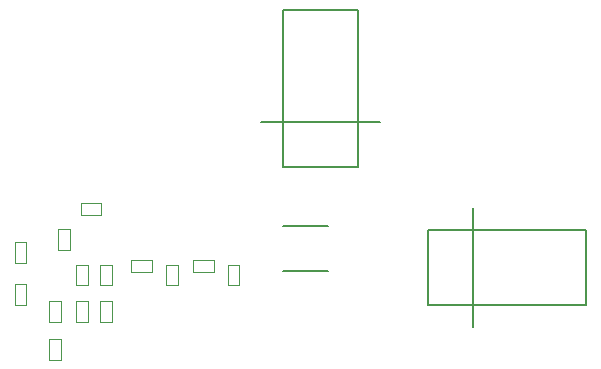
<source format=gbr>
%TF.GenerationSoftware,Altium Limited,Altium Designer,22.5.1 (42)*%
G04 Layer_Color=16711935*
%FSLAX26Y26*%
%MOIN*%
%TF.SameCoordinates,B04901F9-BF46-49F9-850C-5E78856F6392*%
%TF.FilePolarity,Positive*%
%TF.FileFunction,Other,Mechanical_13*%
%TF.Part,Single*%
G01*
G75*
%TA.AperFunction,NonConductor*%
%ADD31C,0.005000*%
%ADD40C,0.008000*%
%ADD41C,0.003937*%
D31*
X2984803Y1625000D02*
X3359606Y1624606D01*
Y1375394D02*
Y1624606D01*
X2984803Y1375000D02*
X3359606Y1375394D01*
X2984803Y1303150D02*
Y1375000D01*
Y1625000D01*
Y1696850D01*
X2834803Y1375000D02*
X2984803D01*
X2834803D02*
Y1625000D01*
X2984803D01*
X3359606Y1624606D01*
Y1375394D02*
Y1624606D01*
X2984803Y1375000D02*
X3359606Y1375394D01*
X2984803Y1303150D02*
Y1375000D01*
Y1625000D01*
Y1696850D01*
X2834803Y1375000D02*
X2984803D01*
X2834803D02*
Y1625000D01*
X2984803D01*
X2350000Y1834803D02*
Y1984803D01*
Y1834803D02*
X2600000D01*
Y1984803D01*
X2278150D02*
X2350000D01*
X2600000D01*
X2671850D01*
X2599606Y2359606D02*
X2600000Y1984803D01*
X2350394Y2359606D02*
X2599606D01*
X2350000Y1984803D02*
X2350394Y2359606D01*
X2350000Y1834803D02*
Y1984803D01*
Y1834803D02*
X2600000D01*
Y1984803D01*
X2278150D02*
X2350000D01*
X2600000D01*
X2671850D01*
X2599606Y2359606D02*
X2600000Y1984803D01*
X2350394Y2359606D02*
X2599606D01*
X2350000Y1984803D02*
X2350394Y2359606D01*
D40*
X2350000Y1640000D02*
X2500000D01*
X2350000Y1490000D02*
X2500000D01*
D41*
X1608701Y1193110D02*
Y1262008D01*
X1571299Y1193110D02*
Y1262008D01*
X1608701D01*
X1571299Y1193110D02*
X1608701D01*
X1698701Y1317992D02*
Y1386890D01*
X1661299Y1317992D02*
Y1386890D01*
X1698701D01*
X1661299Y1317992D02*
X1698701D01*
X1608701D02*
Y1386890D01*
X1571299Y1317992D02*
Y1386890D01*
X1608701D01*
X1571299Y1317992D02*
X1608701D01*
X1493701Y1375551D02*
Y1444449D01*
X1456299Y1375551D02*
Y1444449D01*
X1493701D01*
X1456299Y1375551D02*
X1493701D01*
Y1515551D02*
Y1584449D01*
X1456299Y1515551D02*
Y1584449D01*
X1493701D01*
X1456299Y1515551D02*
X1493701D01*
X1638701Y1557992D02*
Y1626890D01*
X1601299Y1557992D02*
Y1626890D01*
X1638701D01*
X1601299Y1557992D02*
X1638701D01*
X2050551Y1486299D02*
X2119449D01*
X2050551Y1523701D02*
X2119449D01*
Y1486299D02*
Y1523701D01*
X2050551Y1486299D02*
Y1523701D01*
X1778701Y1318110D02*
Y1387008D01*
X1741299Y1318110D02*
Y1387008D01*
X1778701D01*
X1741299Y1318110D02*
X1778701D01*
X2203701Y1440551D02*
Y1509449D01*
X2166299Y1440551D02*
Y1509449D01*
X2203701D01*
X2166299Y1440551D02*
X2203701D01*
X1998701D02*
Y1509449D01*
X1961299Y1440551D02*
Y1509449D01*
X1998701D01*
X1961299Y1440551D02*
X1998701D01*
X1778701D02*
Y1509449D01*
X1741299Y1440551D02*
Y1509449D01*
X1778701D01*
X1741299Y1440551D02*
X1778701D01*
X1698701D02*
Y1509449D01*
X1661299Y1440551D02*
Y1509449D01*
X1698701D01*
X1661299Y1440551D02*
X1698701D01*
X1843110Y1523701D02*
X1912008D01*
X1843110Y1486299D02*
X1912008D01*
X1843110D02*
Y1523701D01*
X1912008Y1486299D02*
Y1523701D01*
X1675551Y1713701D02*
X1744449D01*
X1675551Y1676299D02*
X1744449D01*
X1675551D02*
Y1713701D01*
X1744449Y1676299D02*
Y1713701D01*
%TF.MD5,701992a35c37e5b8b6298f3fcc1b16eb*%
M02*

</source>
